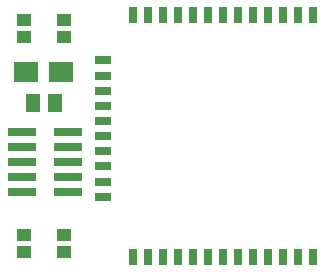
<source format=gtp>
G04 EAGLE Gerber RS-274X export*
G75*
%MOMM*%
%FSLAX34Y34*%
%LPD*%
%INSolderpaste Top*%
%IPPOS*%
%AMOC8*
5,1,8,0,0,1.08239X$1,22.5*%
G01*
%ADD10R,2.150000X1.800000*%
%ADD11R,1.422400X0.711200*%
%ADD12R,0.711200X1.422400*%
%ADD13R,1.300000X1.500000*%
%ADD14R,2.400000X0.760000*%
%ADD15R,1.150000X1.050000*%


D10*
X114750Y169000D03*
X85250Y169000D03*
D11*
X150000Y76000D03*
X150000Y63300D03*
D12*
X188100Y12500D03*
X200800Y12500D03*
X213500Y12500D03*
X226200Y12500D03*
X238900Y12500D03*
X251600Y12500D03*
X264300Y12500D03*
X277000Y12500D03*
X289700Y12500D03*
X302400Y12500D03*
X200800Y217500D03*
X213500Y217500D03*
X226200Y217500D03*
X238900Y217500D03*
X251600Y217500D03*
X264300Y217500D03*
X277000Y217500D03*
X289700Y217500D03*
X302400Y217500D03*
X327800Y217500D03*
X327800Y12500D03*
X315100Y217500D03*
D11*
X150000Y89900D03*
X150000Y102600D03*
X150000Y115300D03*
X150000Y128000D03*
X150000Y140700D03*
X150000Y153400D03*
X150000Y166100D03*
D12*
X175400Y217500D03*
X188100Y217500D03*
D11*
X150000Y179400D03*
D12*
X175400Y12500D03*
X315100Y12500D03*
D13*
X109500Y143000D03*
X90500Y143000D03*
D14*
X81500Y118400D03*
X120500Y118400D03*
X81500Y105700D03*
X120500Y105700D03*
X81500Y93000D03*
X120500Y93000D03*
X81500Y80300D03*
X120500Y80300D03*
X81500Y67600D03*
X120500Y67600D03*
D15*
X83250Y213250D03*
X83250Y198750D03*
X116750Y198750D03*
X116750Y213250D03*
X116750Y16750D03*
X116750Y31250D03*
X83250Y31250D03*
X83250Y16750D03*
M02*

</source>
